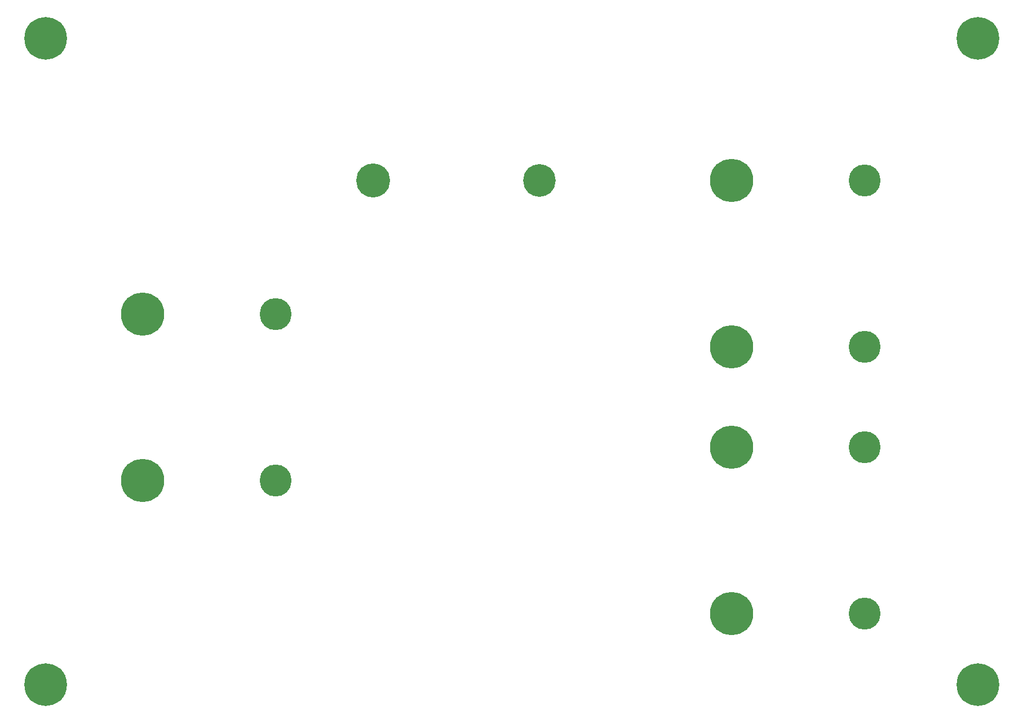
<source format=gbr>
%TF.GenerationSoftware,KiCad,Pcbnew,8.0.2*%
%TF.CreationDate,2024-06-17T23:38:42+07:00*%
%TF.ProjectId,Series Circuit,53657269-6573-4204-9369-72637569742e,rev?*%
%TF.SameCoordinates,Original*%
%TF.FileFunction,Soldermask,Bot*%
%TF.FilePolarity,Negative*%
%FSLAX46Y46*%
G04 Gerber Fmt 4.6, Leading zero omitted, Abs format (unit mm)*
G04 Created by KiCad (PCBNEW 8.0.2) date 2024-06-17 23:38:42*
%MOMM*%
%LPD*%
G01*
G04 APERTURE LIST*
%ADD10C,6.400000*%
%ADD11C,4.800000*%
%ADD12C,4.900000*%
%ADD13C,5.100000*%
%ADD14C,6.500000*%
G04 APERTURE END LIST*
D10*
%TO.C,H3*%
X72400000Y-141300000D03*
%TD*%
D11*
%TO.C,MES3*%
X195400000Y-130650000D03*
X195400000Y-105650000D03*
%TD*%
D12*
%TO.C,A1*%
X146550000Y-65650000D03*
D13*
X121550000Y-65650000D03*
%TD*%
D10*
%TO.C,H4*%
X212400000Y-141300000D03*
%TD*%
%TO.C,H1*%
X72400000Y-44300000D03*
%TD*%
D14*
%TO.C,R1*%
X175400000Y-90650000D03*
X175400000Y-65650000D03*
%TD*%
%TO.C,V1*%
X86950000Y-85675000D03*
X86950000Y-110675000D03*
%TD*%
D11*
%TO.C,MES1*%
X106950000Y-110675000D03*
X106950000Y-85675000D03*
%TD*%
%TO.C,MES2*%
X195400000Y-90650000D03*
X195400000Y-65650000D03*
%TD*%
D10*
%TO.C,H2*%
X212400000Y-44300000D03*
%TD*%
D14*
%TO.C,R2*%
X175400000Y-130700000D03*
X175400000Y-105700000D03*
%TD*%
M02*

</source>
